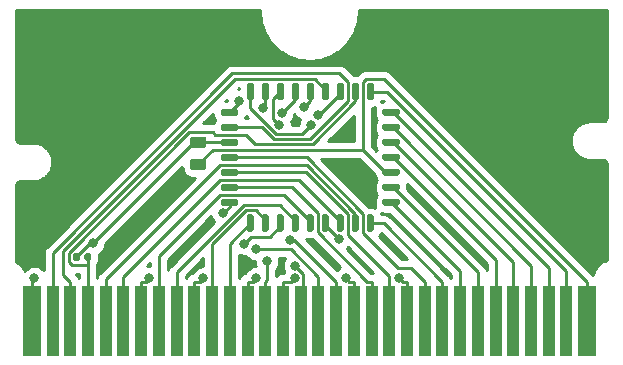
<source format=gtl>
%TF.GenerationSoftware,KiCad,Pcbnew,(5.1.8)-1*%
%TF.CreationDate,2020-12-20T15:01:14+01:00*%
%TF.ProjectId,GBA Cart,47424120-4361-4727-942e-6b696361645f,rev?*%
%TF.SameCoordinates,Original*%
%TF.FileFunction,Copper,L1,Top*%
%TF.FilePolarity,Positive*%
%FSLAX46Y46*%
G04 Gerber Fmt 4.6, Leading zero omitted, Abs format (unit mm)*
G04 Created by KiCad (PCBNEW (5.1.8)-1) date 2020-12-20 15:01:14*
%MOMM*%
%LPD*%
G01*
G04 APERTURE LIST*
%TA.AperFunction,SMDPad,CuDef*%
%ADD10R,1.500000X6.000000*%
%TD*%
%TA.AperFunction,SMDPad,CuDef*%
%ADD11R,1.000000X6.000000*%
%TD*%
%TA.AperFunction,ViaPad*%
%ADD12C,0.800000*%
%TD*%
%TA.AperFunction,Conductor*%
%ADD13C,0.250000*%
%TD*%
%TA.AperFunction,NonConductor*%
%ADD14C,0.254000*%
%TD*%
%TA.AperFunction,NonConductor*%
%ADD15C,0.100000*%
%TD*%
G04 APERTURE END LIST*
%TO.P,R2,2*%
%TO.N,CE_R*%
%TA.AperFunction,SMDPad,CuDef*%
G36*
G01*
X31729200Y-48496000D02*
X31729200Y-48151000D01*
G75*
G02*
X31876700Y-48003500I147500J0D01*
G01*
X32171700Y-48003500D01*
G75*
G02*
X32319200Y-48151000I0J-147500D01*
G01*
X32319200Y-48496000D01*
G75*
G02*
X32171700Y-48643500I-147500J0D01*
G01*
X31876700Y-48643500D01*
G75*
G02*
X31729200Y-48496000I0J147500D01*
G01*
G37*
%TD.AperFunction*%
%TO.P,R2,1*%
%TO.N,VCC*%
%TA.AperFunction,SMDPad,CuDef*%
G36*
G01*
X30759200Y-48496000D02*
X30759200Y-48151000D01*
G75*
G02*
X30906700Y-48003500I147500J0D01*
G01*
X31201700Y-48003500D01*
G75*
G02*
X31349200Y-48151000I0J-147500D01*
G01*
X31349200Y-48496000D01*
G75*
G02*
X31201700Y-48643500I-147500J0D01*
G01*
X30906700Y-48643500D01*
G75*
G02*
X30759200Y-48496000I0J147500D01*
G01*
G37*
%TD.AperFunction*%
%TD*%
D10*
%TO.P,J1,32*%
%TO.N,GND*%
X74297360Y-53715940D03*
D11*
%TO.P,J1,31*%
%TO.N,D7*%
X72547360Y-53715940D03*
%TO.P,J1,30*%
%TO.N,D6*%
X71047360Y-53715940D03*
%TO.P,J1,29*%
%TO.N,D5*%
X69547360Y-53715940D03*
%TO.P,J1,28*%
%TO.N,D4*%
X68047360Y-53715940D03*
%TO.P,J1,27*%
%TO.N,D3*%
X66547360Y-53715940D03*
%TO.P,J1,26*%
%TO.N,D2*%
X65047360Y-53715940D03*
%TO.P,J1,25*%
%TO.N,D1*%
X63547360Y-53715940D03*
%TO.P,J1,24*%
%TO.N,D0*%
X62047360Y-53715940D03*
%TO.P,J1,23*%
%TO.N,A18*%
X60547360Y-53715940D03*
%TO.P,J1,22*%
%TO.N,A17*%
X59047360Y-53715940D03*
%TO.P,J1,21*%
%TO.N,A16*%
X57547360Y-53715940D03*
%TO.P,J1,20*%
%TO.N,A15*%
X56047360Y-53715940D03*
%TO.P,J1,19*%
%TO.N,A14*%
X54547360Y-53715940D03*
%TO.P,J1,18*%
%TO.N,A13*%
X53047360Y-53715940D03*
%TO.P,J1,17*%
%TO.N,A12*%
X51547360Y-53715940D03*
%TO.P,J1,16*%
%TO.N,A11*%
X50047360Y-53715940D03*
%TO.P,J1,15*%
%TO.N,A10*%
X48547360Y-53715940D03*
%TO.P,J1,14*%
%TO.N,A9*%
X47047360Y-53715940D03*
%TO.P,J1,13*%
%TO.N,A8*%
X45547360Y-53715940D03*
%TO.P,J1,12*%
%TO.N,A7*%
X44047360Y-53715940D03*
%TO.P,J1,11*%
%TO.N,A6*%
X42547360Y-53715940D03*
%TO.P,J1,10*%
%TO.N,A5*%
X41047360Y-53715940D03*
%TO.P,J1,9*%
%TO.N,A4*%
X39547360Y-53715940D03*
%TO.P,J1,8*%
%TO.N,A3*%
X38047360Y-53715940D03*
%TO.P,J1,7*%
%TO.N,A2*%
X36547360Y-53715940D03*
%TO.P,J1,6*%
%TO.N,A1*%
X35047360Y-53715940D03*
%TO.P,J1,5*%
%TO.N,A0*%
X33547360Y-53715940D03*
%TO.P,J1,4*%
%TO.N,CE_R*%
X32047360Y-53715940D03*
%TO.P,J1,3*%
%TO.N,RD*%
X30547360Y-53715940D03*
%TO.P,J1,2*%
%TO.N,WR*%
X29047360Y-53715940D03*
D10*
%TO.P,J1,1*%
%TO.N,VCC*%
X27297360Y-53715940D03*
%TD*%
%TO.P,C1,2*%
%TO.N,GND*%
%TA.AperFunction,SMDPad,CuDef*%
G36*
G01*
X40915250Y-39987700D02*
X41827750Y-39987700D01*
G75*
G02*
X42071500Y-40231450I0J-243750D01*
G01*
X42071500Y-40718950D01*
G75*
G02*
X41827750Y-40962700I-243750J0D01*
G01*
X40915250Y-40962700D01*
G75*
G02*
X40671500Y-40718950I0J243750D01*
G01*
X40671500Y-40231450D01*
G75*
G02*
X40915250Y-39987700I243750J0D01*
G01*
G37*
%TD.AperFunction*%
%TO.P,C1,1*%
%TO.N,VCC*%
%TA.AperFunction,SMDPad,CuDef*%
G36*
G01*
X40915250Y-38112700D02*
X41827750Y-38112700D01*
G75*
G02*
X42071500Y-38356450I0J-243750D01*
G01*
X42071500Y-38843950D01*
G75*
G02*
X41827750Y-39087700I-243750J0D01*
G01*
X40915250Y-39087700D01*
G75*
G02*
X40671500Y-38843950I0J243750D01*
G01*
X40671500Y-38356450D01*
G75*
G02*
X40915250Y-38112700I243750J0D01*
G01*
G37*
%TD.AperFunction*%
%TD*%
%TO.P,U1,32*%
%TO.N,VCC*%
%TA.AperFunction,SMDPad,CuDef*%
G36*
G01*
X44613500Y-38908000D02*
X43438500Y-38908000D01*
G75*
G02*
X43288500Y-38758000I0J150000D01*
G01*
X43288500Y-38458000D01*
G75*
G02*
X43438500Y-38308000I150000J0D01*
G01*
X44613500Y-38308000D01*
G75*
G02*
X44763500Y-38458000I0J-150000D01*
G01*
X44763500Y-38758000D01*
G75*
G02*
X44613500Y-38908000I-150000J0D01*
G01*
G37*
%TD.AperFunction*%
%TO.P,U1,31*%
%TO.N,WR*%
%TA.AperFunction,SMDPad,CuDef*%
G36*
G01*
X44613500Y-37638000D02*
X43438500Y-37638000D01*
G75*
G02*
X43288500Y-37488000I0J150000D01*
G01*
X43288500Y-37188000D01*
G75*
G02*
X43438500Y-37038000I150000J0D01*
G01*
X44613500Y-37038000D01*
G75*
G02*
X44763500Y-37188000I0J-150000D01*
G01*
X44763500Y-37488000D01*
G75*
G02*
X44613500Y-37638000I-150000J0D01*
G01*
G37*
%TD.AperFunction*%
%TO.P,U1,30*%
%TO.N,A17*%
%TA.AperFunction,SMDPad,CuDef*%
G36*
G01*
X44613500Y-36368000D02*
X43438500Y-36368000D01*
G75*
G02*
X43288500Y-36218000I0J150000D01*
G01*
X43288500Y-35918000D01*
G75*
G02*
X43438500Y-35768000I150000J0D01*
G01*
X44613500Y-35768000D01*
G75*
G02*
X44763500Y-35918000I0J-150000D01*
G01*
X44763500Y-36218000D01*
G75*
G02*
X44613500Y-36368000I-150000J0D01*
G01*
G37*
%TD.AperFunction*%
%TO.P,U1,29*%
%TO.N,A14*%
%TA.AperFunction,SMDPad,CuDef*%
G36*
G01*
X45933500Y-35053000D02*
X45633500Y-35053000D01*
G75*
G02*
X45483500Y-34903000I0J150000D01*
G01*
X45483500Y-33728000D01*
G75*
G02*
X45633500Y-33578000I150000J0D01*
G01*
X45933500Y-33578000D01*
G75*
G02*
X46083500Y-33728000I0J-150000D01*
G01*
X46083500Y-34903000D01*
G75*
G02*
X45933500Y-35053000I-150000J0D01*
G01*
G37*
%TD.AperFunction*%
%TO.P,U1,28*%
%TO.N,A13*%
%TA.AperFunction,SMDPad,CuDef*%
G36*
G01*
X47203500Y-35053000D02*
X46903500Y-35053000D01*
G75*
G02*
X46753500Y-34903000I0J150000D01*
G01*
X46753500Y-33728000D01*
G75*
G02*
X46903500Y-33578000I150000J0D01*
G01*
X47203500Y-33578000D01*
G75*
G02*
X47353500Y-33728000I0J-150000D01*
G01*
X47353500Y-34903000D01*
G75*
G02*
X47203500Y-35053000I-150000J0D01*
G01*
G37*
%TD.AperFunction*%
%TO.P,U1,27*%
%TO.N,A8*%
%TA.AperFunction,SMDPad,CuDef*%
G36*
G01*
X48473500Y-35053000D02*
X48173500Y-35053000D01*
G75*
G02*
X48023500Y-34903000I0J150000D01*
G01*
X48023500Y-33728000D01*
G75*
G02*
X48173500Y-33578000I150000J0D01*
G01*
X48473500Y-33578000D01*
G75*
G02*
X48623500Y-33728000I0J-150000D01*
G01*
X48623500Y-34903000D01*
G75*
G02*
X48473500Y-35053000I-150000J0D01*
G01*
G37*
%TD.AperFunction*%
%TO.P,U1,26*%
%TO.N,A9*%
%TA.AperFunction,SMDPad,CuDef*%
G36*
G01*
X49743500Y-35053000D02*
X49443500Y-35053000D01*
G75*
G02*
X49293500Y-34903000I0J150000D01*
G01*
X49293500Y-33728000D01*
G75*
G02*
X49443500Y-33578000I150000J0D01*
G01*
X49743500Y-33578000D01*
G75*
G02*
X49893500Y-33728000I0J-150000D01*
G01*
X49893500Y-34903000D01*
G75*
G02*
X49743500Y-35053000I-150000J0D01*
G01*
G37*
%TD.AperFunction*%
%TO.P,U1,25*%
%TO.N,A11*%
%TA.AperFunction,SMDPad,CuDef*%
G36*
G01*
X51013500Y-35053000D02*
X50713500Y-35053000D01*
G75*
G02*
X50563500Y-34903000I0J150000D01*
G01*
X50563500Y-33728000D01*
G75*
G02*
X50713500Y-33578000I150000J0D01*
G01*
X51013500Y-33578000D01*
G75*
G02*
X51163500Y-33728000I0J-150000D01*
G01*
X51163500Y-34903000D01*
G75*
G02*
X51013500Y-35053000I-150000J0D01*
G01*
G37*
%TD.AperFunction*%
%TO.P,U1,24*%
%TO.N,RD*%
%TA.AperFunction,SMDPad,CuDef*%
G36*
G01*
X52283500Y-35053000D02*
X51983500Y-35053000D01*
G75*
G02*
X51833500Y-34903000I0J150000D01*
G01*
X51833500Y-33728000D01*
G75*
G02*
X51983500Y-33578000I150000J0D01*
G01*
X52283500Y-33578000D01*
G75*
G02*
X52433500Y-33728000I0J-150000D01*
G01*
X52433500Y-34903000D01*
G75*
G02*
X52283500Y-35053000I-150000J0D01*
G01*
G37*
%TD.AperFunction*%
%TO.P,U1,23*%
%TO.N,A10*%
%TA.AperFunction,SMDPad,CuDef*%
G36*
G01*
X53553500Y-35053000D02*
X53253500Y-35053000D01*
G75*
G02*
X53103500Y-34903000I0J150000D01*
G01*
X53103500Y-33728000D01*
G75*
G02*
X53253500Y-33578000I150000J0D01*
G01*
X53553500Y-33578000D01*
G75*
G02*
X53703500Y-33728000I0J-150000D01*
G01*
X53703500Y-34903000D01*
G75*
G02*
X53553500Y-35053000I-150000J0D01*
G01*
G37*
%TD.AperFunction*%
%TO.P,U1,22*%
%TO.N,CE_R*%
%TA.AperFunction,SMDPad,CuDef*%
G36*
G01*
X54823500Y-35053000D02*
X54523500Y-35053000D01*
G75*
G02*
X54373500Y-34903000I0J150000D01*
G01*
X54373500Y-33728000D01*
G75*
G02*
X54523500Y-33578000I150000J0D01*
G01*
X54823500Y-33578000D01*
G75*
G02*
X54973500Y-33728000I0J-150000D01*
G01*
X54973500Y-34903000D01*
G75*
G02*
X54823500Y-35053000I-150000J0D01*
G01*
G37*
%TD.AperFunction*%
%TO.P,U1,21*%
%TO.N,D7*%
%TA.AperFunction,SMDPad,CuDef*%
G36*
G01*
X56093500Y-35053000D02*
X55793500Y-35053000D01*
G75*
G02*
X55643500Y-34903000I0J150000D01*
G01*
X55643500Y-33728000D01*
G75*
G02*
X55793500Y-33578000I150000J0D01*
G01*
X56093500Y-33578000D01*
G75*
G02*
X56243500Y-33728000I0J-150000D01*
G01*
X56243500Y-34903000D01*
G75*
G02*
X56093500Y-35053000I-150000J0D01*
G01*
G37*
%TD.AperFunction*%
%TO.P,U1,20*%
%TO.N,D6*%
%TA.AperFunction,SMDPad,CuDef*%
G36*
G01*
X58288500Y-36368000D02*
X57113500Y-36368000D01*
G75*
G02*
X56963500Y-36218000I0J150000D01*
G01*
X56963500Y-35918000D01*
G75*
G02*
X57113500Y-35768000I150000J0D01*
G01*
X58288500Y-35768000D01*
G75*
G02*
X58438500Y-35918000I0J-150000D01*
G01*
X58438500Y-36218000D01*
G75*
G02*
X58288500Y-36368000I-150000J0D01*
G01*
G37*
%TD.AperFunction*%
%TO.P,U1,19*%
%TO.N,D5*%
%TA.AperFunction,SMDPad,CuDef*%
G36*
G01*
X58288500Y-37638000D02*
X57113500Y-37638000D01*
G75*
G02*
X56963500Y-37488000I0J150000D01*
G01*
X56963500Y-37188000D01*
G75*
G02*
X57113500Y-37038000I150000J0D01*
G01*
X58288500Y-37038000D01*
G75*
G02*
X58438500Y-37188000I0J-150000D01*
G01*
X58438500Y-37488000D01*
G75*
G02*
X58288500Y-37638000I-150000J0D01*
G01*
G37*
%TD.AperFunction*%
%TO.P,U1,18*%
%TO.N,D4*%
%TA.AperFunction,SMDPad,CuDef*%
G36*
G01*
X58288500Y-38908000D02*
X57113500Y-38908000D01*
G75*
G02*
X56963500Y-38758000I0J150000D01*
G01*
X56963500Y-38458000D01*
G75*
G02*
X57113500Y-38308000I150000J0D01*
G01*
X58288500Y-38308000D01*
G75*
G02*
X58438500Y-38458000I0J-150000D01*
G01*
X58438500Y-38758000D01*
G75*
G02*
X58288500Y-38908000I-150000J0D01*
G01*
G37*
%TD.AperFunction*%
%TO.P,U1,17*%
%TO.N,D3*%
%TA.AperFunction,SMDPad,CuDef*%
G36*
G01*
X58288500Y-40178000D02*
X57113500Y-40178000D01*
G75*
G02*
X56963500Y-40028000I0J150000D01*
G01*
X56963500Y-39728000D01*
G75*
G02*
X57113500Y-39578000I150000J0D01*
G01*
X58288500Y-39578000D01*
G75*
G02*
X58438500Y-39728000I0J-150000D01*
G01*
X58438500Y-40028000D01*
G75*
G02*
X58288500Y-40178000I-150000J0D01*
G01*
G37*
%TD.AperFunction*%
%TO.P,U1,16*%
%TO.N,GND*%
%TA.AperFunction,SMDPad,CuDef*%
G36*
G01*
X58288500Y-41448000D02*
X57113500Y-41448000D01*
G75*
G02*
X56963500Y-41298000I0J150000D01*
G01*
X56963500Y-40998000D01*
G75*
G02*
X57113500Y-40848000I150000J0D01*
G01*
X58288500Y-40848000D01*
G75*
G02*
X58438500Y-40998000I0J-150000D01*
G01*
X58438500Y-41298000D01*
G75*
G02*
X58288500Y-41448000I-150000J0D01*
G01*
G37*
%TD.AperFunction*%
%TO.P,U1,15*%
%TO.N,D2*%
%TA.AperFunction,SMDPad,CuDef*%
G36*
G01*
X58288500Y-42718000D02*
X57113500Y-42718000D01*
G75*
G02*
X56963500Y-42568000I0J150000D01*
G01*
X56963500Y-42268000D01*
G75*
G02*
X57113500Y-42118000I150000J0D01*
G01*
X58288500Y-42118000D01*
G75*
G02*
X58438500Y-42268000I0J-150000D01*
G01*
X58438500Y-42568000D01*
G75*
G02*
X58288500Y-42718000I-150000J0D01*
G01*
G37*
%TD.AperFunction*%
%TO.P,U1,14*%
%TO.N,D1*%
%TA.AperFunction,SMDPad,CuDef*%
G36*
G01*
X58288500Y-43988000D02*
X57113500Y-43988000D01*
G75*
G02*
X56963500Y-43838000I0J150000D01*
G01*
X56963500Y-43538000D01*
G75*
G02*
X57113500Y-43388000I150000J0D01*
G01*
X58288500Y-43388000D01*
G75*
G02*
X58438500Y-43538000I0J-150000D01*
G01*
X58438500Y-43838000D01*
G75*
G02*
X58288500Y-43988000I-150000J0D01*
G01*
G37*
%TD.AperFunction*%
%TO.P,U1,13*%
%TO.N,D0*%
%TA.AperFunction,SMDPad,CuDef*%
G36*
G01*
X56093500Y-46178000D02*
X55793500Y-46178000D01*
G75*
G02*
X55643500Y-46028000I0J150000D01*
G01*
X55643500Y-44853000D01*
G75*
G02*
X55793500Y-44703000I150000J0D01*
G01*
X56093500Y-44703000D01*
G75*
G02*
X56243500Y-44853000I0J-150000D01*
G01*
X56243500Y-46028000D01*
G75*
G02*
X56093500Y-46178000I-150000J0D01*
G01*
G37*
%TD.AperFunction*%
%TO.P,U1,12*%
%TO.N,A0*%
%TA.AperFunction,SMDPad,CuDef*%
G36*
G01*
X54823500Y-46178000D02*
X54523500Y-46178000D01*
G75*
G02*
X54373500Y-46028000I0J150000D01*
G01*
X54373500Y-44853000D01*
G75*
G02*
X54523500Y-44703000I150000J0D01*
G01*
X54823500Y-44703000D01*
G75*
G02*
X54973500Y-44853000I0J-150000D01*
G01*
X54973500Y-46028000D01*
G75*
G02*
X54823500Y-46178000I-150000J0D01*
G01*
G37*
%TD.AperFunction*%
%TO.P,U1,11*%
%TO.N,A1*%
%TA.AperFunction,SMDPad,CuDef*%
G36*
G01*
X53553500Y-46178000D02*
X53253500Y-46178000D01*
G75*
G02*
X53103500Y-46028000I0J150000D01*
G01*
X53103500Y-44853000D01*
G75*
G02*
X53253500Y-44703000I150000J0D01*
G01*
X53553500Y-44703000D01*
G75*
G02*
X53703500Y-44853000I0J-150000D01*
G01*
X53703500Y-46028000D01*
G75*
G02*
X53553500Y-46178000I-150000J0D01*
G01*
G37*
%TD.AperFunction*%
%TO.P,U1,10*%
%TO.N,A2*%
%TA.AperFunction,SMDPad,CuDef*%
G36*
G01*
X52283500Y-46178000D02*
X51983500Y-46178000D01*
G75*
G02*
X51833500Y-46028000I0J150000D01*
G01*
X51833500Y-44853000D01*
G75*
G02*
X51983500Y-44703000I150000J0D01*
G01*
X52283500Y-44703000D01*
G75*
G02*
X52433500Y-44853000I0J-150000D01*
G01*
X52433500Y-46028000D01*
G75*
G02*
X52283500Y-46178000I-150000J0D01*
G01*
G37*
%TD.AperFunction*%
%TO.P,U1,9*%
%TO.N,A3*%
%TA.AperFunction,SMDPad,CuDef*%
G36*
G01*
X51013500Y-46178000D02*
X50713500Y-46178000D01*
G75*
G02*
X50563500Y-46028000I0J150000D01*
G01*
X50563500Y-44853000D01*
G75*
G02*
X50713500Y-44703000I150000J0D01*
G01*
X51013500Y-44703000D01*
G75*
G02*
X51163500Y-44853000I0J-150000D01*
G01*
X51163500Y-46028000D01*
G75*
G02*
X51013500Y-46178000I-150000J0D01*
G01*
G37*
%TD.AperFunction*%
%TO.P,U1,8*%
%TO.N,A4*%
%TA.AperFunction,SMDPad,CuDef*%
G36*
G01*
X49743500Y-46178000D02*
X49443500Y-46178000D01*
G75*
G02*
X49293500Y-46028000I0J150000D01*
G01*
X49293500Y-44853000D01*
G75*
G02*
X49443500Y-44703000I150000J0D01*
G01*
X49743500Y-44703000D01*
G75*
G02*
X49893500Y-44853000I0J-150000D01*
G01*
X49893500Y-46028000D01*
G75*
G02*
X49743500Y-46178000I-150000J0D01*
G01*
G37*
%TD.AperFunction*%
%TO.P,U1,7*%
%TO.N,A5*%
%TA.AperFunction,SMDPad,CuDef*%
G36*
G01*
X48473500Y-46178000D02*
X48173500Y-46178000D01*
G75*
G02*
X48023500Y-46028000I0J150000D01*
G01*
X48023500Y-44853000D01*
G75*
G02*
X48173500Y-44703000I150000J0D01*
G01*
X48473500Y-44703000D01*
G75*
G02*
X48623500Y-44853000I0J-150000D01*
G01*
X48623500Y-46028000D01*
G75*
G02*
X48473500Y-46178000I-150000J0D01*
G01*
G37*
%TD.AperFunction*%
%TO.P,U1,6*%
%TO.N,A6*%
%TA.AperFunction,SMDPad,CuDef*%
G36*
G01*
X47203500Y-46178000D02*
X46903500Y-46178000D01*
G75*
G02*
X46753500Y-46028000I0J150000D01*
G01*
X46753500Y-44853000D01*
G75*
G02*
X46903500Y-44703000I150000J0D01*
G01*
X47203500Y-44703000D01*
G75*
G02*
X47353500Y-44853000I0J-150000D01*
G01*
X47353500Y-46028000D01*
G75*
G02*
X47203500Y-46178000I-150000J0D01*
G01*
G37*
%TD.AperFunction*%
%TO.P,U1,5*%
%TO.N,A7*%
%TA.AperFunction,SMDPad,CuDef*%
G36*
G01*
X45933500Y-46178000D02*
X45633500Y-46178000D01*
G75*
G02*
X45483500Y-46028000I0J150000D01*
G01*
X45483500Y-44853000D01*
G75*
G02*
X45633500Y-44703000I150000J0D01*
G01*
X45933500Y-44703000D01*
G75*
G02*
X46083500Y-44853000I0J-150000D01*
G01*
X46083500Y-46028000D01*
G75*
G02*
X45933500Y-46178000I-150000J0D01*
G01*
G37*
%TD.AperFunction*%
%TO.P,U1,4*%
%TO.N,A12*%
%TA.AperFunction,SMDPad,CuDef*%
G36*
G01*
X44613500Y-43988000D02*
X43438500Y-43988000D01*
G75*
G02*
X43288500Y-43838000I0J150000D01*
G01*
X43288500Y-43538000D01*
G75*
G02*
X43438500Y-43388000I150000J0D01*
G01*
X44613500Y-43388000D01*
G75*
G02*
X44763500Y-43538000I0J-150000D01*
G01*
X44763500Y-43838000D01*
G75*
G02*
X44613500Y-43988000I-150000J0D01*
G01*
G37*
%TD.AperFunction*%
%TO.P,U1,3*%
%TO.N,A15*%
%TA.AperFunction,SMDPad,CuDef*%
G36*
G01*
X44613500Y-42718000D02*
X43438500Y-42718000D01*
G75*
G02*
X43288500Y-42568000I0J150000D01*
G01*
X43288500Y-42268000D01*
G75*
G02*
X43438500Y-42118000I150000J0D01*
G01*
X44613500Y-42118000D01*
G75*
G02*
X44763500Y-42268000I0J-150000D01*
G01*
X44763500Y-42568000D01*
G75*
G02*
X44613500Y-42718000I-150000J0D01*
G01*
G37*
%TD.AperFunction*%
%TO.P,U1,2*%
%TO.N,A16*%
%TA.AperFunction,SMDPad,CuDef*%
G36*
G01*
X44613500Y-41448000D02*
X43438500Y-41448000D01*
G75*
G02*
X43288500Y-41298000I0J150000D01*
G01*
X43288500Y-40998000D01*
G75*
G02*
X43438500Y-40848000I150000J0D01*
G01*
X44613500Y-40848000D01*
G75*
G02*
X44763500Y-40998000I0J-150000D01*
G01*
X44763500Y-41298000D01*
G75*
G02*
X44613500Y-41448000I-150000J0D01*
G01*
G37*
%TD.AperFunction*%
%TO.P,U1,1*%
%TO.N,A18*%
%TA.AperFunction,SMDPad,CuDef*%
G36*
G01*
X44613500Y-40178000D02*
X43438500Y-40178000D01*
G75*
G02*
X43288500Y-40028000I0J150000D01*
G01*
X43288500Y-39728000D01*
G75*
G02*
X43438500Y-39578000I150000J0D01*
G01*
X44613500Y-39578000D01*
G75*
G02*
X44763500Y-39728000I0J-150000D01*
G01*
X44763500Y-40028000D01*
G75*
G02*
X44613500Y-40178000I-150000J0D01*
G01*
G37*
%TD.AperFunction*%
%TD*%
D12*
%TO.N,VCC*%
X32479100Y-47153100D03*
X27511600Y-50096500D03*
%TO.N,A2*%
X37187800Y-50114200D03*
X53322800Y-46779100D03*
%TO.N,A5*%
X41811300Y-50113100D03*
X45263600Y-47169200D03*
%TO.N,A8*%
X46306200Y-50101700D03*
X48252000Y-37127000D03*
%TO.N,A9*%
X47214200Y-48668400D03*
X48470100Y-36126600D03*
%TO.N,A10*%
X49532400Y-50114200D03*
X51515800Y-36296700D03*
%TO.N,A11*%
X49564800Y-49044900D03*
X50331500Y-35619500D03*
%TO.N,A12*%
X46263900Y-47626800D03*
X43493500Y-44603900D03*
%TO.N,A13*%
X49180400Y-46837600D03*
X46867600Y-35697500D03*
%TO.N,A14*%
X53860800Y-50100200D03*
X50903400Y-37099200D03*
%TO.N,A17*%
X58405600Y-50102300D03*
X44857800Y-35123800D03*
%TD*%
D13*
%TO.N,VCC*%
X41371500Y-38600200D02*
X41032000Y-38600200D01*
X41032000Y-38600200D02*
X32479100Y-47153100D01*
X44026000Y-38608000D02*
X41379300Y-38608000D01*
X41379300Y-38608000D02*
X41371500Y-38600200D01*
X32479100Y-47153100D02*
X32205800Y-47153100D01*
X32205800Y-47153100D02*
X31054200Y-48304700D01*
X31054200Y-48304700D02*
X31054200Y-48323500D01*
X27297400Y-53715900D02*
X27297400Y-50390600D01*
X27297400Y-50390600D02*
X27511600Y-50176400D01*
X27511600Y-50176400D02*
X27511600Y-50096500D01*
%TO.N,WR*%
X44026000Y-37338000D02*
X46800000Y-37338000D01*
X46800000Y-37338000D02*
X47764800Y-38302800D01*
X47764800Y-38302800D02*
X50828500Y-38302800D01*
X50828500Y-38302800D02*
X54038500Y-35092800D01*
X54038500Y-35092800D02*
X54038500Y-33490900D01*
X54038500Y-33490900D02*
X53318500Y-32770900D01*
X53318500Y-32770900D02*
X44268200Y-32770900D01*
X44268200Y-32770900D02*
X29047400Y-47991700D01*
X29047400Y-47991700D02*
X29047400Y-53715900D01*
%TO.N,RD*%
X52133500Y-34315500D02*
X52133500Y-34134400D01*
X52133500Y-34134400D02*
X51222200Y-33223100D01*
X51222200Y-33223100D02*
X44513200Y-33223100D01*
X44513200Y-33223100D02*
X29957000Y-47779300D01*
X29957000Y-47779300D02*
X29957000Y-49800200D01*
X29957000Y-49800200D02*
X30547400Y-50390600D01*
X30547400Y-53715900D02*
X30547400Y-50390600D01*
%TO.N,A0*%
X33547400Y-53715900D02*
X33547400Y-50204200D01*
X33547400Y-50204200D02*
X43238600Y-40513000D01*
X43238600Y-40513000D02*
X50558500Y-40513000D01*
X50558500Y-40513000D02*
X54673500Y-44628000D01*
X54673500Y-44628000D02*
X54673500Y-45440500D01*
%TO.N,A1*%
X35047400Y-53715900D02*
X35047400Y-49981000D01*
X35047400Y-49981000D02*
X43245400Y-41783000D01*
X43245400Y-41783000D02*
X49889000Y-41783000D01*
X49889000Y-41783000D02*
X53403500Y-45297500D01*
X53403500Y-45297500D02*
X53403500Y-45440500D01*
%TO.N,A2*%
X52133500Y-45440500D02*
X52133500Y-45589800D01*
X52133500Y-45589800D02*
X53322800Y-46779100D01*
X36547400Y-53715900D02*
X36547400Y-50390600D01*
X36547400Y-50390600D02*
X36911400Y-50390600D01*
X36911400Y-50390600D02*
X37187800Y-50114200D01*
%TO.N,A3*%
X38047400Y-53715900D02*
X38047400Y-48235600D01*
X38047400Y-48235600D02*
X43230000Y-43053000D01*
X43230000Y-43053000D02*
X48617900Y-43053000D01*
X48617900Y-43053000D02*
X50863500Y-45298600D01*
X50863500Y-45298600D02*
X50863500Y-45440500D01*
%TO.N,A4*%
X49593500Y-45440500D02*
X49593500Y-45220700D01*
X49593500Y-45220700D02*
X48290500Y-43917700D01*
X48290500Y-43917700D02*
X45225700Y-43917700D01*
X45225700Y-43917700D02*
X39547400Y-49596000D01*
X39547400Y-49596000D02*
X39547400Y-53715900D01*
%TO.N,A5*%
X41047400Y-50390600D02*
X41533800Y-50390600D01*
X41533800Y-50390600D02*
X41811300Y-50113100D01*
X41047400Y-53715900D02*
X41047400Y-50390600D01*
X48323500Y-45440500D02*
X48323500Y-45706400D01*
X48323500Y-45706400D02*
X47442200Y-46587700D01*
X47442200Y-46587700D02*
X45845100Y-46587700D01*
X45845100Y-46587700D02*
X45263600Y-47169200D01*
%TO.N,A6*%
X42547400Y-53715900D02*
X42547400Y-50390600D01*
X47053500Y-45440500D02*
X47053500Y-45172300D01*
X47053500Y-45172300D02*
X46249200Y-44368000D01*
X46249200Y-44368000D02*
X45412300Y-44368000D01*
X45412300Y-44368000D02*
X42547400Y-47232900D01*
X42547400Y-47232900D02*
X42547400Y-50390600D01*
%TO.N,A7*%
X45783500Y-45440500D02*
X44047400Y-47176600D01*
X44047400Y-47176600D02*
X44047400Y-53715900D01*
%TO.N,A8*%
X48323500Y-34315500D02*
X47727500Y-34911500D01*
X47727500Y-34911500D02*
X47727500Y-36602500D01*
X47727500Y-36602500D02*
X48252000Y-37127000D01*
X45547400Y-50390600D02*
X46017300Y-50390600D01*
X46017300Y-50390600D02*
X46306200Y-50101700D01*
X45547400Y-53715900D02*
X45547400Y-50390600D01*
%TO.N,A9*%
X49593500Y-34315500D02*
X49593500Y-35003200D01*
X49593500Y-35003200D02*
X48470100Y-36126600D01*
X47047400Y-53715900D02*
X47047400Y-50390600D01*
X47214200Y-48668400D02*
X47214200Y-50223800D01*
X47214200Y-50223800D02*
X47047400Y-50390600D01*
%TO.N,A10*%
X53403500Y-34315500D02*
X53403500Y-34479800D01*
X53403500Y-34479800D02*
X51586600Y-36296700D01*
X51586600Y-36296700D02*
X51515800Y-36296700D01*
X49532400Y-50114200D02*
X49256000Y-50390600D01*
X49256000Y-50390600D02*
X48547400Y-50390600D01*
X48547400Y-53715900D02*
X48547400Y-50390600D01*
%TO.N,A11*%
X50863500Y-34315500D02*
X50863500Y-35087500D01*
X50863500Y-35087500D02*
X50331500Y-35619500D01*
X49564800Y-49044900D02*
X50267100Y-49747200D01*
X50267100Y-49747200D02*
X50267100Y-53496200D01*
X50267100Y-53496200D02*
X50047400Y-53715900D01*
%TO.N,A12*%
X51547400Y-50390600D02*
X51547400Y-49984400D01*
X51547400Y-49984400D02*
X49189800Y-47626800D01*
X49189800Y-47626800D02*
X46263900Y-47626800D01*
X51547400Y-53715900D02*
X51547400Y-50390600D01*
X44026000Y-43688000D02*
X44026000Y-44071400D01*
X44026000Y-44071400D02*
X43493500Y-44603900D01*
%TO.N,A13*%
X47053500Y-34315500D02*
X47053500Y-35511600D01*
X47053500Y-35511600D02*
X46867600Y-35697500D01*
X53047400Y-50390600D02*
X49494400Y-46837600D01*
X49494400Y-46837600D02*
X49180400Y-46837600D01*
X53047400Y-53715900D02*
X53047400Y-50390600D01*
%TO.N,A14*%
X54547400Y-53715900D02*
X54547400Y-50390600D01*
X54547400Y-50390600D02*
X54151200Y-50390600D01*
X54151200Y-50390600D02*
X53860800Y-50100200D01*
X45783500Y-34315500D02*
X45783500Y-35684600D01*
X45783500Y-35684600D02*
X47951400Y-37852500D01*
X47951400Y-37852500D02*
X50150100Y-37852500D01*
X50150100Y-37852500D02*
X50903400Y-37099200D01*
%TO.N,A15*%
X56047400Y-53715900D02*
X56047400Y-50390600D01*
X44026000Y-42418000D02*
X49306700Y-42418000D01*
X49306700Y-42418000D02*
X51498500Y-44609800D01*
X51498500Y-44609800D02*
X51498500Y-46217500D01*
X51498500Y-46217500D02*
X55671600Y-50390600D01*
X55671600Y-50390600D02*
X56047400Y-50390600D01*
%TO.N,A16*%
X44026000Y-41148000D02*
X50538600Y-41148000D01*
X50538600Y-41148000D02*
X54047600Y-44657000D01*
X54047600Y-44657000D02*
X54047600Y-46407000D01*
X54047600Y-46407000D02*
X57547400Y-49906800D01*
X57547400Y-49906800D02*
X57547400Y-50390600D01*
X57547400Y-53715900D02*
X57547400Y-50390600D01*
%TO.N,A17*%
X59047400Y-53715900D02*
X59047400Y-50390600D01*
X58405600Y-50102300D02*
X58693900Y-50390600D01*
X58693900Y-50390600D02*
X59047400Y-50390600D01*
X44026000Y-36068000D02*
X44857800Y-35236200D01*
X44857800Y-35236200D02*
X44857800Y-35123800D01*
%TO.N,A18*%
X60547400Y-50390600D02*
X59385700Y-49228900D01*
X59385700Y-49228900D02*
X58274300Y-49228900D01*
X58274300Y-49228900D02*
X55308400Y-46263000D01*
X55308400Y-46263000D02*
X55308400Y-44625700D01*
X55308400Y-44625700D02*
X50560700Y-39878000D01*
X50560700Y-39878000D02*
X44026000Y-39878000D01*
X60547400Y-53715900D02*
X60547400Y-50390600D01*
%TO.N,D0*%
X62047400Y-53715900D02*
X62047400Y-50390600D01*
X55943500Y-45440500D02*
X57097300Y-45440500D01*
X57097300Y-45440500D02*
X62047400Y-50390600D01*
%TO.N,D1*%
X57701000Y-43688000D02*
X63547400Y-49534400D01*
X63547400Y-49534400D02*
X63547400Y-53715900D01*
%TO.N,D2*%
X57701000Y-42418000D02*
X57844400Y-42418000D01*
X57844400Y-42418000D02*
X65047400Y-49621000D01*
X65047400Y-49621000D02*
X65047400Y-53715900D01*
%TO.N,D3*%
X57701000Y-39878000D02*
X57877800Y-39878000D01*
X57877800Y-39878000D02*
X66547400Y-48547600D01*
X66547400Y-48547600D02*
X66547400Y-53715900D01*
%TO.N,D4*%
X57701000Y-38608000D02*
X57891600Y-38608000D01*
X57891600Y-38608000D02*
X68047400Y-48763800D01*
X68047400Y-48763800D02*
X68047400Y-53715900D01*
%TO.N,D5*%
X57701000Y-37338000D02*
X57848700Y-37338000D01*
X57848700Y-37338000D02*
X69547400Y-49036700D01*
X69547400Y-49036700D02*
X69547400Y-53715900D01*
%TO.N,D6*%
X57701000Y-36068000D02*
X57889700Y-36068000D01*
X57889700Y-36068000D02*
X71047400Y-49225700D01*
X71047400Y-49225700D02*
X71047400Y-53715900D01*
%TO.N,D7*%
X55943500Y-34315500D02*
X57380200Y-34315500D01*
X57380200Y-34315500D02*
X72547400Y-49482700D01*
X72547400Y-49482700D02*
X72547400Y-53715900D01*
%TO.N,GND*%
X55308500Y-39243000D02*
X42603700Y-39243000D01*
X42603700Y-39243000D02*
X41371500Y-40475200D01*
X57701000Y-41148000D02*
X57213500Y-41148000D01*
X57213500Y-41148000D02*
X55308500Y-39243000D01*
X74297400Y-50390600D02*
X57137100Y-33230300D01*
X57137100Y-33230300D02*
X55575500Y-33230300D01*
X55575500Y-33230300D02*
X55308500Y-33497300D01*
X55308500Y-33497300D02*
X55308500Y-39243000D01*
X74297400Y-53715900D02*
X74297400Y-50390600D01*
%TO.N,CE_R*%
X32024200Y-49000200D02*
X30657900Y-49000200D01*
X30657900Y-49000200D02*
X30431300Y-48773600D01*
X30431300Y-48773600D02*
X30431300Y-47941900D01*
X30431300Y-47941900D02*
X40615500Y-37757700D01*
X40615500Y-37757700D02*
X42602500Y-37757700D01*
X42602500Y-37757700D02*
X42826800Y-37982000D01*
X42826800Y-37982000D02*
X45388900Y-37982000D01*
X45388900Y-37982000D02*
X46160000Y-38753100D01*
X46160000Y-38753100D02*
X51056600Y-38753100D01*
X51056600Y-38753100D02*
X54673500Y-35136200D01*
X54673500Y-35136200D02*
X54673500Y-34315500D01*
X32024200Y-49000200D02*
X32024200Y-50367400D01*
X32024200Y-50367400D02*
X32047400Y-50390600D01*
X32024200Y-48323500D02*
X32024200Y-49000200D01*
X32047400Y-53715900D02*
X32047400Y-50390600D01*
%TD*%
D14*
X40033428Y-40718950D02*
X40050372Y-40890985D01*
X40100553Y-41056409D01*
X40182042Y-41208864D01*
X40291708Y-41342492D01*
X40425336Y-41452158D01*
X40577791Y-41533647D01*
X40743215Y-41583828D01*
X40915250Y-41600772D01*
X41076025Y-41600772D01*
X33036398Y-49640401D01*
X33007400Y-49664199D01*
X32983602Y-49693197D01*
X32983601Y-49693198D01*
X32912426Y-49779924D01*
X32841854Y-49911954D01*
X32813619Y-50005036D01*
X32798398Y-50055214D01*
X32791388Y-50126392D01*
X32784200Y-50124211D01*
X32784200Y-49037533D01*
X32787877Y-49000200D01*
X32785883Y-48979957D01*
X32824879Y-48932440D01*
X32897474Y-48796625D01*
X32942177Y-48649257D01*
X32957272Y-48496000D01*
X32957272Y-48151000D01*
X32950109Y-48078277D01*
X32969356Y-48070305D01*
X33138874Y-47957037D01*
X33283037Y-47812874D01*
X33396305Y-47643356D01*
X33474326Y-47454998D01*
X33514100Y-47255039D01*
X33514100Y-47192901D01*
X40033428Y-40673574D01*
X40033428Y-40718950D01*
%TA.AperFunction,NonConductor*%
D15*
G36*
X40033428Y-40718950D02*
G01*
X40050372Y-40890985D01*
X40100553Y-41056409D01*
X40182042Y-41208864D01*
X40291708Y-41342492D01*
X40425336Y-41452158D01*
X40577791Y-41533647D01*
X40743215Y-41583828D01*
X40915250Y-41600772D01*
X41076025Y-41600772D01*
X33036398Y-49640401D01*
X33007400Y-49664199D01*
X32983602Y-49693197D01*
X32983601Y-49693198D01*
X32912426Y-49779924D01*
X32841854Y-49911954D01*
X32813619Y-50005036D01*
X32798398Y-50055214D01*
X32791388Y-50126392D01*
X32784200Y-50124211D01*
X32784200Y-49037533D01*
X32787877Y-49000200D01*
X32785883Y-48979957D01*
X32824879Y-48932440D01*
X32897474Y-48796625D01*
X32942177Y-48649257D01*
X32957272Y-48496000D01*
X32957272Y-48151000D01*
X32950109Y-48078277D01*
X32969356Y-48070305D01*
X33138874Y-47957037D01*
X33283037Y-47812874D01*
X33396305Y-47643356D01*
X33474326Y-47454998D01*
X33514100Y-47255039D01*
X33514100Y-47192901D01*
X40033428Y-40673574D01*
X40033428Y-40718950D01*
G37*
%TD.AperFunction*%
D14*
X56959755Y-44610929D02*
X57113500Y-44626072D01*
X57564271Y-44626072D01*
X62787400Y-49849202D01*
X62787400Y-50125182D01*
X62758417Y-50116390D01*
X62752946Y-50098353D01*
X62682374Y-49966324D01*
X62614939Y-49884154D01*
X62587401Y-49850599D01*
X62558403Y-49826801D01*
X57661104Y-44929503D01*
X57637301Y-44900499D01*
X57521576Y-44805526D01*
X57389547Y-44734954D01*
X57246286Y-44691497D01*
X57134633Y-44680500D01*
X57134622Y-44680500D01*
X57097300Y-44676824D01*
X57059978Y-44680500D01*
X56860740Y-44680500D01*
X56827463Y-44570799D01*
X56959755Y-44610929D01*
%TA.AperFunction,NonConductor*%
D15*
G36*
X56959755Y-44610929D02*
G01*
X57113500Y-44626072D01*
X57564271Y-44626072D01*
X62787400Y-49849202D01*
X62787400Y-50125182D01*
X62758417Y-50116390D01*
X62752946Y-50098353D01*
X62682374Y-49966324D01*
X62614939Y-49884154D01*
X62587401Y-49850599D01*
X62558403Y-49826801D01*
X57661104Y-44929503D01*
X57637301Y-44900499D01*
X57521576Y-44805526D01*
X57389547Y-44734954D01*
X57246286Y-44691497D01*
X57134633Y-44680500D01*
X57134622Y-44680500D01*
X57097300Y-44676824D01*
X57059978Y-44680500D01*
X56860740Y-44680500D01*
X56827463Y-44570799D01*
X56959755Y-44610929D01*
G37*
%TD.AperFunction*%
D14*
X44961702Y-48164426D02*
X45161661Y-48204200D01*
X45365539Y-48204200D01*
X45400302Y-48197285D01*
X45459963Y-48286574D01*
X45604126Y-48430737D01*
X45773644Y-48544005D01*
X45962002Y-48622026D01*
X46161961Y-48661800D01*
X46179200Y-48661800D01*
X46179200Y-48770339D01*
X46218974Y-48970298D01*
X46258905Y-49066700D01*
X46204261Y-49066700D01*
X46004302Y-49106474D01*
X45815944Y-49184495D01*
X45646426Y-49297763D01*
X45502263Y-49441926D01*
X45388995Y-49611444D01*
X45373357Y-49649198D01*
X45255153Y-49685054D01*
X45123124Y-49755626D01*
X45007399Y-49850599D01*
X44912426Y-49966324D01*
X44841854Y-50098353D01*
X44836391Y-50116364D01*
X44807400Y-50125158D01*
X44807400Y-48100512D01*
X44961702Y-48164426D01*
%TA.AperFunction,NonConductor*%
D15*
G36*
X44961702Y-48164426D02*
G01*
X45161661Y-48204200D01*
X45365539Y-48204200D01*
X45400302Y-48197285D01*
X45459963Y-48286574D01*
X45604126Y-48430737D01*
X45773644Y-48544005D01*
X45962002Y-48622026D01*
X46161961Y-48661800D01*
X46179200Y-48661800D01*
X46179200Y-48770339D01*
X46218974Y-48970298D01*
X46258905Y-49066700D01*
X46204261Y-49066700D01*
X46004302Y-49106474D01*
X45815944Y-49184495D01*
X45646426Y-49297763D01*
X45502263Y-49441926D01*
X45388995Y-49611444D01*
X45373357Y-49649198D01*
X45255153Y-49685054D01*
X45123124Y-49755626D01*
X45007399Y-49850599D01*
X44912426Y-49966324D01*
X44841854Y-50098353D01*
X44836391Y-50116364D01*
X44807400Y-50125158D01*
X44807400Y-48100512D01*
X44961702Y-48164426D01*
G37*
%TD.AperFunction*%
D14*
X41787401Y-49078100D02*
X41709361Y-49078100D01*
X41509402Y-49117874D01*
X41321044Y-49195895D01*
X41151526Y-49309163D01*
X41007363Y-49453326D01*
X40894095Y-49622844D01*
X40884590Y-49645790D01*
X40755153Y-49685054D01*
X40623124Y-49755626D01*
X40507399Y-49850599D01*
X40412426Y-49966324D01*
X40341854Y-50098353D01*
X40336391Y-50116364D01*
X40307400Y-50125158D01*
X40307400Y-49910801D01*
X41787400Y-48430801D01*
X41787401Y-49078100D01*
%TA.AperFunction,NonConductor*%
D15*
G36*
X41787401Y-49078100D02*
G01*
X41709361Y-49078100D01*
X41509402Y-49117874D01*
X41321044Y-49195895D01*
X41151526Y-49309163D01*
X41007363Y-49453326D01*
X40894095Y-49622844D01*
X40884590Y-49645790D01*
X40755153Y-49685054D01*
X40623124Y-49755626D01*
X40507399Y-49850599D01*
X40412426Y-49966324D01*
X40341854Y-50098353D01*
X40336391Y-50116364D01*
X40307400Y-50125158D01*
X40307400Y-49910801D01*
X41787400Y-48430801D01*
X41787401Y-49078100D01*
G37*
%TD.AperFunction*%
D14*
X31264201Y-50118145D02*
X31258417Y-50116390D01*
X31252946Y-50098353D01*
X31182374Y-49966324D01*
X31087401Y-49850599D01*
X31058402Y-49826800D01*
X30991802Y-49760200D01*
X31264201Y-49760200D01*
X31264201Y-50118145D01*
%TA.AperFunction,NonConductor*%
D15*
G36*
X31264201Y-50118145D02*
G01*
X31258417Y-50116390D01*
X31252946Y-50098353D01*
X31182374Y-49966324D01*
X31087401Y-49850599D01*
X31058402Y-49826800D01*
X30991802Y-49760200D01*
X31264201Y-49760200D01*
X31264201Y-50118145D01*
G37*
%TD.AperFunction*%
D14*
X48647595Y-48554644D02*
X48569574Y-48743002D01*
X48529800Y-48942961D01*
X48529800Y-49146839D01*
X48569574Y-49346798D01*
X48647595Y-49535156D01*
X48661058Y-49555305D01*
X48615195Y-49623944D01*
X48612438Y-49630600D01*
X48584733Y-49630600D01*
X48547400Y-49626923D01*
X48510067Y-49630600D01*
X48398414Y-49641597D01*
X48255153Y-49685054D01*
X48123124Y-49755626D01*
X48007399Y-49850599D01*
X47974200Y-49891052D01*
X47974200Y-49372111D01*
X48018137Y-49328174D01*
X48131405Y-49158656D01*
X48209426Y-48970298D01*
X48249200Y-48770339D01*
X48249200Y-48566461D01*
X48213463Y-48386800D01*
X48759744Y-48386800D01*
X48647595Y-48554644D01*
%TA.AperFunction,NonConductor*%
D15*
G36*
X48647595Y-48554644D02*
G01*
X48569574Y-48743002D01*
X48529800Y-48942961D01*
X48529800Y-49146839D01*
X48569574Y-49346798D01*
X48647595Y-49535156D01*
X48661058Y-49555305D01*
X48615195Y-49623944D01*
X48612438Y-49630600D01*
X48584733Y-49630600D01*
X48547400Y-49626923D01*
X48510067Y-49630600D01*
X48398414Y-49641597D01*
X48255153Y-49685054D01*
X48123124Y-49755626D01*
X48007399Y-49850599D01*
X47974200Y-49891052D01*
X47974200Y-49372111D01*
X48018137Y-49328174D01*
X48131405Y-49158656D01*
X48209426Y-48970298D01*
X48249200Y-48770339D01*
X48249200Y-48566461D01*
X48213463Y-48386800D01*
X48759744Y-48386800D01*
X48647595Y-48554644D01*
G37*
%TD.AperFunction*%
D14*
X75956441Y-36480385D02*
X75947218Y-36574446D01*
X75929634Y-36632687D01*
X75901075Y-36686400D01*
X75862623Y-36733546D01*
X75815750Y-36772323D01*
X75762236Y-36801258D01*
X75704117Y-36819249D01*
X75612295Y-36828900D01*
X74507793Y-36828900D01*
X74473659Y-36832262D01*
X74461332Y-36832262D01*
X74451820Y-36833262D01*
X74267568Y-36853929D01*
X74206836Y-36866838D01*
X74145940Y-36878896D01*
X74136804Y-36881723D01*
X73960074Y-36937785D01*
X73903032Y-36962233D01*
X73845607Y-36985902D01*
X73837193Y-36990451D01*
X73674719Y-37079772D01*
X73623471Y-37114863D01*
X73571779Y-37149207D01*
X73564410Y-37155303D01*
X73422380Y-37274481D01*
X73378942Y-37318838D01*
X73334889Y-37362585D01*
X73328844Y-37369997D01*
X73212668Y-37514491D01*
X73178699Y-37566401D01*
X73143955Y-37617912D01*
X73139465Y-37626356D01*
X73053566Y-37790665D01*
X73030312Y-37848220D01*
X73006249Y-37905465D01*
X73003485Y-37914621D01*
X72951137Y-38092485D01*
X72939499Y-38153492D01*
X72927020Y-38214286D01*
X72926086Y-38223804D01*
X72909282Y-38408448D01*
X72909716Y-38470538D01*
X72909283Y-38532618D01*
X72910216Y-38542136D01*
X72929597Y-38726529D01*
X72942086Y-38787369D01*
X72953714Y-38848326D01*
X72956478Y-38857482D01*
X72956479Y-38857487D01*
X72956481Y-38857492D01*
X73011304Y-39034599D01*
X73035378Y-39091868D01*
X73058621Y-39149398D01*
X73063106Y-39157833D01*
X73063110Y-39157842D01*
X73063115Y-39157849D01*
X73151295Y-39320935D01*
X73186003Y-39372392D01*
X73220009Y-39424358D01*
X73226054Y-39431770D01*
X73344238Y-39574629D01*
X73388293Y-39618377D01*
X73431728Y-39662731D01*
X73439097Y-39668828D01*
X73582777Y-39786011D01*
X73634500Y-39820376D01*
X73685715Y-39855444D01*
X73694121Y-39859989D01*
X73694129Y-39859994D01*
X73694137Y-39859997D01*
X73857834Y-39947038D01*
X73915261Y-39970708D01*
X73972302Y-39995155D01*
X73981430Y-39997981D01*
X73981436Y-39997983D01*
X73981442Y-39997984D01*
X74158932Y-40051571D01*
X74219821Y-40063627D01*
X74280560Y-40076538D01*
X74290071Y-40077538D01*
X74474594Y-40095631D01*
X74474603Y-40095631D01*
X74507793Y-40098900D01*
X75607935Y-40098900D01*
X75701987Y-40108122D01*
X75760226Y-40125705D01*
X75813941Y-40154266D01*
X75861086Y-40192716D01*
X75899864Y-40239591D01*
X75928798Y-40293104D01*
X75946789Y-40351223D01*
X75956440Y-40443045D01*
X75956441Y-48569313D01*
X75936536Y-48573110D01*
X75927380Y-48575874D01*
X75778231Y-48622043D01*
X75721003Y-48646099D01*
X75663429Y-48669361D01*
X75654991Y-48673847D01*
X75654987Y-48673849D01*
X75654984Y-48673851D01*
X75517642Y-48748112D01*
X75466196Y-48782813D01*
X75414223Y-48816823D01*
X75406811Y-48822868D01*
X75286508Y-48922391D01*
X75242741Y-48966465D01*
X75198402Y-49009885D01*
X75192305Y-49017254D01*
X75093625Y-49138248D01*
X75059266Y-49189963D01*
X75024193Y-49241185D01*
X75019644Y-49249598D01*
X74946344Y-49387456D01*
X74922679Y-49444871D01*
X74898227Y-49501922D01*
X74895400Y-49511054D01*
X74895400Y-49511056D01*
X74895399Y-49511058D01*
X74850272Y-49660528D01*
X74838214Y-49721424D01*
X74825305Y-49782156D01*
X74824305Y-49791668D01*
X74819932Y-49836263D01*
X74808403Y-49826801D01*
X57700904Y-32719303D01*
X57677101Y-32690299D01*
X57561376Y-32595326D01*
X57429347Y-32524754D01*
X57286086Y-32481297D01*
X57174433Y-32470300D01*
X57174422Y-32470300D01*
X57137100Y-32466624D01*
X57099778Y-32470300D01*
X55612822Y-32470300D01*
X55575499Y-32466624D01*
X55538177Y-32470300D01*
X55538167Y-32470300D01*
X55426514Y-32481297D01*
X55283253Y-32524754D01*
X55151224Y-32595326D01*
X55035499Y-32690299D01*
X55011696Y-32719303D01*
X54797503Y-32933496D01*
X54789666Y-32939928D01*
X54565133Y-32939928D01*
X54549502Y-32927101D01*
X53882303Y-32259902D01*
X53858501Y-32230899D01*
X53742776Y-32135926D01*
X53610747Y-32065354D01*
X53467486Y-32021897D01*
X53355833Y-32010900D01*
X53355822Y-32010900D01*
X53318500Y-32007224D01*
X53281178Y-32010900D01*
X44305525Y-32010900D01*
X44268200Y-32007224D01*
X44230875Y-32010900D01*
X44230867Y-32010900D01*
X44119214Y-32021897D01*
X43975953Y-32065354D01*
X43843924Y-32135926D01*
X43728199Y-32230899D01*
X43704401Y-32259897D01*
X28536403Y-47427896D01*
X28507399Y-47451699D01*
X28469915Y-47497374D01*
X28412426Y-47567424D01*
X28368473Y-47649654D01*
X28341854Y-47699454D01*
X28298397Y-47842715D01*
X28287400Y-47954368D01*
X28287400Y-47954378D01*
X28283724Y-47991700D01*
X28287400Y-48029023D01*
X28287400Y-49408589D01*
X28171374Y-49292563D01*
X28001856Y-49179295D01*
X27813498Y-49101274D01*
X27613539Y-49061500D01*
X27409661Y-49061500D01*
X27209702Y-49101274D01*
X27021344Y-49179295D01*
X26851826Y-49292563D01*
X26707663Y-49436726D01*
X26675644Y-49484647D01*
X26658601Y-49444103D01*
X26635339Y-49386529D01*
X26630849Y-49378084D01*
X26556588Y-49240742D01*
X26521887Y-49189296D01*
X26487877Y-49137323D01*
X26481832Y-49129911D01*
X26382309Y-49009608D01*
X26338235Y-48965841D01*
X26294815Y-48921502D01*
X26287446Y-48915405D01*
X26166452Y-48816725D01*
X26114737Y-48782366D01*
X26063515Y-48747293D01*
X26055102Y-48742744D01*
X25975800Y-48700579D01*
X25975800Y-42247405D01*
X25985022Y-42153353D01*
X26002605Y-42095114D01*
X26031166Y-42041399D01*
X26069616Y-41994254D01*
X26116491Y-41955476D01*
X26170004Y-41926542D01*
X26228123Y-41908551D01*
X26319945Y-41898900D01*
X27424447Y-41898900D01*
X27458581Y-41895538D01*
X27470908Y-41895538D01*
X27480420Y-41894538D01*
X27664671Y-41873871D01*
X27725428Y-41860957D01*
X27786300Y-41848904D01*
X27795433Y-41846077D01*
X27795439Y-41846076D01*
X27795445Y-41846074D01*
X27972166Y-41790015D01*
X28029220Y-41765562D01*
X28086633Y-41741898D01*
X28095047Y-41737349D01*
X28257521Y-41648028D01*
X28308776Y-41612933D01*
X28360460Y-41578594D01*
X28367830Y-41572497D01*
X28509860Y-41453319D01*
X28553317Y-41408942D01*
X28597350Y-41365215D01*
X28603395Y-41357804D01*
X28719572Y-41213309D01*
X28753551Y-41161384D01*
X28788285Y-41109888D01*
X28792775Y-41101444D01*
X28878674Y-40937135D01*
X28901939Y-40879551D01*
X28925991Y-40822335D01*
X28928755Y-40813179D01*
X28981103Y-40635316D01*
X28992742Y-40574301D01*
X29005220Y-40513514D01*
X29006154Y-40503996D01*
X29022958Y-40319352D01*
X29022524Y-40257262D01*
X29022957Y-40195183D01*
X29022024Y-40185664D01*
X29002643Y-40001272D01*
X28990162Y-39940469D01*
X28978527Y-39879474D01*
X28975762Y-39870318D01*
X28975761Y-39870313D01*
X28975759Y-39870308D01*
X28920936Y-39693202D01*
X28896873Y-39635957D01*
X28873619Y-39578402D01*
X28869129Y-39569958D01*
X28780945Y-39406865D01*
X28746237Y-39355408D01*
X28712231Y-39303442D01*
X28706186Y-39296030D01*
X28588002Y-39153171D01*
X28543950Y-39109426D01*
X28500512Y-39065068D01*
X28493143Y-39058972D01*
X28493140Y-39058969D01*
X28493136Y-39058967D01*
X28349463Y-38941789D01*
X28297756Y-38907435D01*
X28246525Y-38872356D01*
X28238115Y-38867808D01*
X28238107Y-38867804D01*
X28074406Y-38780763D01*
X28017028Y-38757113D01*
X27959938Y-38732645D01*
X27950802Y-38729817D01*
X27773308Y-38676229D01*
X27712427Y-38664174D01*
X27651681Y-38651262D01*
X27642169Y-38650262D01*
X27457646Y-38632169D01*
X27457637Y-38632169D01*
X27424447Y-38628900D01*
X26324305Y-38628900D01*
X26230254Y-38619678D01*
X26172013Y-38602094D01*
X26118300Y-38573535D01*
X26071154Y-38535083D01*
X26032377Y-38488210D01*
X26003442Y-38434696D01*
X25985451Y-38376577D01*
X25975800Y-38284755D01*
X25975800Y-27398900D01*
X46605800Y-27398900D01*
X46605800Y-27547546D01*
X46608856Y-27578578D01*
X46608704Y-27600418D01*
X46609638Y-27609937D01*
X46681040Y-28289276D01*
X46693519Y-28350070D01*
X46705157Y-28411077D01*
X46707921Y-28420233D01*
X46909913Y-29072764D01*
X46933975Y-29130005D01*
X46957230Y-29187563D01*
X46961720Y-29196007D01*
X47286609Y-29796878D01*
X47321339Y-29848367D01*
X47355322Y-29900298D01*
X47361366Y-29907710D01*
X47796778Y-30434033D01*
X47840833Y-30477781D01*
X47884271Y-30522139D01*
X47891641Y-30528236D01*
X48420990Y-30959961D01*
X48472693Y-30994312D01*
X48523929Y-31029394D01*
X48532342Y-31033943D01*
X49135465Y-31354630D01*
X49192901Y-31378303D01*
X49249931Y-31402746D01*
X49259067Y-31405575D01*
X49912993Y-31603007D01*
X49973926Y-31615072D01*
X50034624Y-31627974D01*
X50044136Y-31628974D01*
X50723956Y-31695631D01*
X50753881Y-31695631D01*
X50783619Y-31698862D01*
X50793183Y-31698896D01*
X50817617Y-31698811D01*
X50847389Y-31695787D01*
X50877318Y-31695996D01*
X50886837Y-31695062D01*
X51566176Y-31623660D01*
X51626970Y-31611181D01*
X51687977Y-31599543D01*
X51697133Y-31596779D01*
X52349664Y-31394787D01*
X52406905Y-31370725D01*
X52464463Y-31347470D01*
X52472907Y-31342980D01*
X53073778Y-31018091D01*
X53125267Y-30983361D01*
X53177198Y-30949378D01*
X53184610Y-30943334D01*
X53710933Y-30507922D01*
X53754681Y-30463867D01*
X53799039Y-30420429D01*
X53805136Y-30413059D01*
X54236861Y-29883710D01*
X54271212Y-29832007D01*
X54306294Y-29780771D01*
X54310843Y-29772358D01*
X54631530Y-29169235D01*
X54655203Y-29111799D01*
X54679646Y-29054769D01*
X54682475Y-29045633D01*
X54879907Y-28391707D01*
X54891972Y-28330774D01*
X54904874Y-28270076D01*
X54905874Y-28260564D01*
X54972531Y-27580744D01*
X54972531Y-27580737D01*
X54975800Y-27547547D01*
X54975800Y-27398897D01*
X75956440Y-27398562D01*
X75956441Y-36480385D01*
%TA.AperFunction,NonConductor*%
D15*
G36*
X75956441Y-36480385D02*
G01*
X75947218Y-36574446D01*
X75929634Y-36632687D01*
X75901075Y-36686400D01*
X75862623Y-36733546D01*
X75815750Y-36772323D01*
X75762236Y-36801258D01*
X75704117Y-36819249D01*
X75612295Y-36828900D01*
X74507793Y-36828900D01*
X74473659Y-36832262D01*
X74461332Y-36832262D01*
X74451820Y-36833262D01*
X74267568Y-36853929D01*
X74206836Y-36866838D01*
X74145940Y-36878896D01*
X74136804Y-36881723D01*
X73960074Y-36937785D01*
X73903032Y-36962233D01*
X73845607Y-36985902D01*
X73837193Y-36990451D01*
X73674719Y-37079772D01*
X73623471Y-37114863D01*
X73571779Y-37149207D01*
X73564410Y-37155303D01*
X73422380Y-37274481D01*
X73378942Y-37318838D01*
X73334889Y-37362585D01*
X73328844Y-37369997D01*
X73212668Y-37514491D01*
X73178699Y-37566401D01*
X73143955Y-37617912D01*
X73139465Y-37626356D01*
X73053566Y-37790665D01*
X73030312Y-37848220D01*
X73006249Y-37905465D01*
X73003485Y-37914621D01*
X72951137Y-38092485D01*
X72939499Y-38153492D01*
X72927020Y-38214286D01*
X72926086Y-38223804D01*
X72909282Y-38408448D01*
X72909716Y-38470538D01*
X72909283Y-38532618D01*
X72910216Y-38542136D01*
X72929597Y-38726529D01*
X72942086Y-38787369D01*
X72953714Y-38848326D01*
X72956478Y-38857482D01*
X72956479Y-38857487D01*
X72956481Y-38857492D01*
X73011304Y-39034599D01*
X73035378Y-39091868D01*
X73058621Y-39149398D01*
X73063106Y-39157833D01*
X73063110Y-39157842D01*
X73063115Y-39157849D01*
X73151295Y-39320935D01*
X73186003Y-39372392D01*
X73220009Y-39424358D01*
X73226054Y-39431770D01*
X73344238Y-39574629D01*
X73388293Y-39618377D01*
X73431728Y-39662731D01*
X73439097Y-39668828D01*
X73582777Y-39786011D01*
X73634500Y-39820376D01*
X73685715Y-39855444D01*
X73694121Y-39859989D01*
X73694129Y-39859994D01*
X73694137Y-39859997D01*
X73857834Y-39947038D01*
X73915261Y-39970708D01*
X73972302Y-39995155D01*
X73981430Y-39997981D01*
X73981436Y-39997983D01*
X73981442Y-39997984D01*
X74158932Y-40051571D01*
X74219821Y-40063627D01*
X74280560Y-40076538D01*
X74290071Y-40077538D01*
X74474594Y-40095631D01*
X74474603Y-40095631D01*
X74507793Y-40098900D01*
X75607935Y-40098900D01*
X75701987Y-40108122D01*
X75760226Y-40125705D01*
X75813941Y-40154266D01*
X75861086Y-40192716D01*
X75899864Y-40239591D01*
X75928798Y-40293104D01*
X75946789Y-40351223D01*
X75956440Y-40443045D01*
X75956441Y-48569313D01*
X75936536Y-48573110D01*
X75927380Y-48575874D01*
X75778231Y-48622043D01*
X75721003Y-48646099D01*
X75663429Y-48669361D01*
X75654991Y-48673847D01*
X75654987Y-48673849D01*
X75654984Y-48673851D01*
X75517642Y-48748112D01*
X75466196Y-48782813D01*
X75414223Y-48816823D01*
X75406811Y-48822868D01*
X75286508Y-48922391D01*
X75242741Y-48966465D01*
X75198402Y-49009885D01*
X75192305Y-49017254D01*
X75093625Y-49138248D01*
X75059266Y-49189963D01*
X75024193Y-49241185D01*
X75019644Y-49249598D01*
X74946344Y-49387456D01*
X74922679Y-49444871D01*
X74898227Y-49501922D01*
X74895400Y-49511054D01*
X74895400Y-49511056D01*
X74895399Y-49511058D01*
X74850272Y-49660528D01*
X74838214Y-49721424D01*
X74825305Y-49782156D01*
X74824305Y-49791668D01*
X74819932Y-49836263D01*
X74808403Y-49826801D01*
X57700904Y-32719303D01*
X57677101Y-32690299D01*
X57561376Y-32595326D01*
X57429347Y-32524754D01*
X57286086Y-32481297D01*
X57174433Y-32470300D01*
X57174422Y-32470300D01*
X57137100Y-32466624D01*
X57099778Y-32470300D01*
X55612822Y-32470300D01*
X55575499Y-32466624D01*
X55538177Y-32470300D01*
X55538167Y-32470300D01*
X55426514Y-32481297D01*
X55283253Y-32524754D01*
X55151224Y-32595326D01*
X55035499Y-32690299D01*
X55011696Y-32719303D01*
X54797503Y-32933496D01*
X54789666Y-32939928D01*
X54565133Y-32939928D01*
X54549502Y-32927101D01*
X53882303Y-32259902D01*
X53858501Y-32230899D01*
X53742776Y-32135926D01*
X53610747Y-32065354D01*
X53467486Y-32021897D01*
X53355833Y-32010900D01*
X53355822Y-32010900D01*
X53318500Y-32007224D01*
X53281178Y-32010900D01*
X44305525Y-32010900D01*
X44268200Y-32007224D01*
X44230875Y-32010900D01*
X44230867Y-32010900D01*
X44119214Y-32021897D01*
X43975953Y-32065354D01*
X43843924Y-32135926D01*
X43728199Y-32230899D01*
X43704401Y-32259897D01*
X28536403Y-47427896D01*
X28507399Y-47451699D01*
X28469915Y-47497374D01*
X28412426Y-47567424D01*
X28368473Y-47649654D01*
X28341854Y-47699454D01*
X28298397Y-47842715D01*
X28287400Y-47954368D01*
X28287400Y-47954378D01*
X28283724Y-47991700D01*
X28287400Y-48029023D01*
X28287400Y-49408589D01*
X28171374Y-49292563D01*
X28001856Y-49179295D01*
X27813498Y-49101274D01*
X27613539Y-49061500D01*
X27409661Y-49061500D01*
X27209702Y-49101274D01*
X27021344Y-49179295D01*
X26851826Y-49292563D01*
X26707663Y-49436726D01*
X26675644Y-49484647D01*
X26658601Y-49444103D01*
X26635339Y-49386529D01*
X26630849Y-49378084D01*
X26556588Y-49240742D01*
X26521887Y-49189296D01*
X26487877Y-49137323D01*
X26481832Y-49129911D01*
X26382309Y-49009608D01*
X26338235Y-48965841D01*
X26294815Y-48921502D01*
X26287446Y-48915405D01*
X26166452Y-48816725D01*
X26114737Y-48782366D01*
X26063515Y-48747293D01*
X26055102Y-48742744D01*
X25975800Y-48700579D01*
X25975800Y-42247405D01*
X25985022Y-42153353D01*
X26002605Y-42095114D01*
X26031166Y-42041399D01*
X26069616Y-41994254D01*
X26116491Y-41955476D01*
X26170004Y-41926542D01*
X26228123Y-41908551D01*
X26319945Y-41898900D01*
X27424447Y-41898900D01*
X27458581Y-41895538D01*
X27470908Y-41895538D01*
X27480420Y-41894538D01*
X27664671Y-41873871D01*
X27725428Y-41860957D01*
X27786300Y-41848904D01*
X27795433Y-41846077D01*
X27795439Y-41846076D01*
X27795445Y-41846074D01*
X27972166Y-41790015D01*
X28029220Y-41765562D01*
X28086633Y-41741898D01*
X28095047Y-41737349D01*
X28257521Y-41648028D01*
X28308776Y-41612933D01*
X28360460Y-41578594D01*
X28367830Y-41572497D01*
X28509860Y-41453319D01*
X28553317Y-41408942D01*
X28597350Y-41365215D01*
X28603395Y-41357804D01*
X28719572Y-41213309D01*
X28753551Y-41161384D01*
X28788285Y-41109888D01*
X28792775Y-41101444D01*
X28878674Y-40937135D01*
X28901939Y-40879551D01*
X28925991Y-40822335D01*
X28928755Y-40813179D01*
X28981103Y-40635316D01*
X28992742Y-40574301D01*
X29005220Y-40513514D01*
X29006154Y-40503996D01*
X29022958Y-40319352D01*
X29022524Y-40257262D01*
X29022957Y-40195183D01*
X29022024Y-40185664D01*
X29002643Y-40001272D01*
X28990162Y-39940469D01*
X28978527Y-39879474D01*
X28975762Y-39870318D01*
X28975761Y-39870313D01*
X28975759Y-39870308D01*
X28920936Y-39693202D01*
X28896873Y-39635957D01*
X28873619Y-39578402D01*
X28869129Y-39569958D01*
X28780945Y-39406865D01*
X28746237Y-39355408D01*
X28712231Y-39303442D01*
X28706186Y-39296030D01*
X28588002Y-39153171D01*
X28543950Y-39109426D01*
X28500512Y-39065068D01*
X28493143Y-39058972D01*
X28493140Y-39058969D01*
X28493136Y-39058967D01*
X28349463Y-38941789D01*
X28297756Y-38907435D01*
X28246525Y-38872356D01*
X28238115Y-38867808D01*
X28238107Y-38867804D01*
X28074406Y-38780763D01*
X28017028Y-38757113D01*
X27959938Y-38732645D01*
X27950802Y-38729817D01*
X27773308Y-38676229D01*
X27712427Y-38664174D01*
X27651681Y-38651262D01*
X27642169Y-38650262D01*
X27457646Y-38632169D01*
X27457637Y-38632169D01*
X27424447Y-38628900D01*
X26324305Y-38628900D01*
X26230254Y-38619678D01*
X26172013Y-38602094D01*
X26118300Y-38573535D01*
X26071154Y-38535083D01*
X26032377Y-38488210D01*
X26003442Y-38434696D01*
X25985451Y-38376577D01*
X25975800Y-38284755D01*
X25975800Y-27398900D01*
X46605800Y-27398900D01*
X46605800Y-27547546D01*
X46608856Y-27578578D01*
X46608704Y-27600418D01*
X46609638Y-27609937D01*
X46681040Y-28289276D01*
X46693519Y-28350070D01*
X46705157Y-28411077D01*
X46707921Y-28420233D01*
X46909913Y-29072764D01*
X46933975Y-29130005D01*
X46957230Y-29187563D01*
X46961720Y-29196007D01*
X47286609Y-29796878D01*
X47321339Y-29848367D01*
X47355322Y-29900298D01*
X47361366Y-29907710D01*
X47796778Y-30434033D01*
X47840833Y-30477781D01*
X47884271Y-30522139D01*
X47891641Y-30528236D01*
X48420990Y-30959961D01*
X48472693Y-30994312D01*
X48523929Y-31029394D01*
X48532342Y-31033943D01*
X49135465Y-31354630D01*
X49192901Y-31378303D01*
X49249931Y-31402746D01*
X49259067Y-31405575D01*
X49912993Y-31603007D01*
X49973926Y-31615072D01*
X50034624Y-31627974D01*
X50044136Y-31628974D01*
X50723956Y-31695631D01*
X50753881Y-31695631D01*
X50783619Y-31698862D01*
X50793183Y-31698896D01*
X50817617Y-31698811D01*
X50847389Y-31695787D01*
X50877318Y-31695996D01*
X50886837Y-31695062D01*
X51566176Y-31623660D01*
X51626970Y-31611181D01*
X51687977Y-31599543D01*
X51697133Y-31596779D01*
X52349664Y-31394787D01*
X52406905Y-31370725D01*
X52464463Y-31347470D01*
X52472907Y-31342980D01*
X53073778Y-31018091D01*
X53125267Y-30983361D01*
X53177198Y-30949378D01*
X53184610Y-30943334D01*
X53710933Y-30507922D01*
X53754681Y-30463867D01*
X53799039Y-30420429D01*
X53805136Y-30413059D01*
X54236861Y-29883710D01*
X54271212Y-29832007D01*
X54306294Y-29780771D01*
X54310843Y-29772358D01*
X54631530Y-29169235D01*
X54655203Y-29111799D01*
X54679646Y-29054769D01*
X54682475Y-29045633D01*
X54879907Y-28391707D01*
X54891972Y-28330774D01*
X54904874Y-28270076D01*
X54905874Y-28260564D01*
X54972531Y-27580744D01*
X54972531Y-27580737D01*
X54975800Y-27547547D01*
X54975800Y-27398897D01*
X75956440Y-27398562D01*
X75956441Y-36480385D01*
G37*
%TD.AperFunction*%
D14*
X56212189Y-49646391D02*
X56196386Y-49641597D01*
X56084733Y-49630600D01*
X56047400Y-49626923D01*
X56010067Y-49630600D01*
X55986402Y-49630600D01*
X53956356Y-47600555D01*
X53982574Y-47583037D01*
X54065705Y-47499906D01*
X56212189Y-49646391D01*
%TA.AperFunction,NonConductor*%
D15*
G36*
X56212189Y-49646391D02*
G01*
X56196386Y-49641597D01*
X56084733Y-49630600D01*
X56047400Y-49626923D01*
X56010067Y-49630600D01*
X55986402Y-49630600D01*
X53956356Y-47600555D01*
X53982574Y-47583037D01*
X54065705Y-47499906D01*
X56212189Y-49646391D01*
G37*
%TD.AperFunction*%
D14*
X65787400Y-48862402D02*
X65787400Y-49442335D01*
X65752946Y-49328753D01*
X65682374Y-49196724D01*
X65587401Y-49080999D01*
X65558404Y-49057202D01*
X59075911Y-42574710D01*
X59076572Y-42568000D01*
X59076572Y-42268000D01*
X59063852Y-42138853D01*
X65787400Y-48862402D01*
%TA.AperFunction,NonConductor*%
D15*
G36*
X65787400Y-48862402D02*
G01*
X65787400Y-49442335D01*
X65752946Y-49328753D01*
X65682374Y-49196724D01*
X65587401Y-49080999D01*
X65558404Y-49057202D01*
X59075911Y-42574710D01*
X59076572Y-42568000D01*
X59076572Y-42268000D01*
X59063852Y-42138853D01*
X65787400Y-48862402D01*
G37*
%TD.AperFunction*%
D14*
X42498274Y-44905798D02*
X42576295Y-45094156D01*
X42689563Y-45263674D01*
X42747244Y-45321355D01*
X39036403Y-49032196D01*
X39007399Y-49055999D01*
X38961934Y-49111399D01*
X38912426Y-49171724D01*
X38854145Y-49280760D01*
X38841854Y-49303754D01*
X38807400Y-49417336D01*
X38807400Y-48550401D01*
X42490597Y-44867204D01*
X42498274Y-44905798D01*
%TA.AperFunction,NonConductor*%
D15*
G36*
X42498274Y-44905798D02*
G01*
X42576295Y-45094156D01*
X42689563Y-45263674D01*
X42747244Y-45321355D01*
X39036403Y-49032196D01*
X39007399Y-49055999D01*
X38961934Y-49111399D01*
X38912426Y-49171724D01*
X38854145Y-49280760D01*
X38841854Y-49303754D01*
X38807400Y-49417336D01*
X38807400Y-48550401D01*
X42490597Y-44867204D01*
X42498274Y-44905798D01*
G37*
%TD.AperFunction*%
D14*
X50559755Y-46800929D02*
X50713500Y-46816072D01*
X51013500Y-46816072D01*
X51021485Y-46815286D01*
X53383731Y-49177533D01*
X53370544Y-49182995D01*
X53201026Y-49296263D01*
X53114445Y-49382844D01*
X50520676Y-46789075D01*
X50559755Y-46800929D01*
%TA.AperFunction,NonConductor*%
D15*
G36*
X50559755Y-46800929D02*
G01*
X50713500Y-46816072D01*
X51013500Y-46816072D01*
X51021485Y-46815286D01*
X53383731Y-49177533D01*
X53370544Y-49182995D01*
X53201026Y-49296263D01*
X53114445Y-49382844D01*
X50520676Y-46789075D01*
X50559755Y-46800929D01*
G37*
%TD.AperFunction*%
D14*
X37287401Y-49079200D02*
X37085861Y-49079200D01*
X37008641Y-49094560D01*
X37287401Y-48815800D01*
X37287401Y-49079200D01*
%TA.AperFunction,NonConductor*%
D15*
G36*
X37287401Y-49079200D02*
G01*
X37085861Y-49079200D01*
X37008641Y-49094560D01*
X37287401Y-48815800D01*
X37287401Y-49079200D01*
G37*
%TD.AperFunction*%
D14*
X59050898Y-48468900D02*
X58589102Y-48468900D01*
X56675408Y-46555207D01*
X56748758Y-46465829D01*
X56821584Y-46329582D01*
X56842530Y-46260531D01*
X59050898Y-48468900D01*
%TA.AperFunction,NonConductor*%
D15*
G36*
X59050898Y-48468900D02*
G01*
X58589102Y-48468900D01*
X56675408Y-46555207D01*
X56748758Y-46465829D01*
X56821584Y-46329582D01*
X56842530Y-46260531D01*
X59050898Y-48468900D01*
G37*
%TD.AperFunction*%
D14*
X56329441Y-41338743D02*
X56340571Y-41451745D01*
X56385416Y-41599582D01*
X56458242Y-41735829D01*
X56496954Y-41783000D01*
X56458242Y-41830171D01*
X56385416Y-41966418D01*
X56340571Y-42114255D01*
X56325428Y-42268000D01*
X56325428Y-42568000D01*
X56340571Y-42721745D01*
X56385416Y-42869582D01*
X56458242Y-43005829D01*
X56496954Y-43053000D01*
X56458242Y-43100171D01*
X56385416Y-43236418D01*
X56340571Y-43384255D01*
X56325428Y-43538000D01*
X56325428Y-43838000D01*
X56340571Y-43991745D01*
X56379537Y-44120201D01*
X56247245Y-44080071D01*
X56093500Y-44064928D01*
X55823091Y-44064928D01*
X55819403Y-44061901D01*
X51760501Y-40003000D01*
X54993699Y-40003000D01*
X56329441Y-41338743D01*
%TA.AperFunction,NonConductor*%
D15*
G36*
X56329441Y-41338743D02*
G01*
X56340571Y-41451745D01*
X56385416Y-41599582D01*
X56458242Y-41735829D01*
X56496954Y-41783000D01*
X56458242Y-41830171D01*
X56385416Y-41966418D01*
X56340571Y-42114255D01*
X56325428Y-42268000D01*
X56325428Y-42568000D01*
X56340571Y-42721745D01*
X56385416Y-42869582D01*
X56458242Y-43005829D01*
X56496954Y-43053000D01*
X56458242Y-43100171D01*
X56385416Y-43236418D01*
X56340571Y-43384255D01*
X56325428Y-43538000D01*
X56325428Y-43838000D01*
X56340571Y-43991745D01*
X56379537Y-44120201D01*
X56247245Y-44080071D01*
X56093500Y-44064928D01*
X55823091Y-44064928D01*
X55819403Y-44061901D01*
X51760501Y-40003000D01*
X54993699Y-40003000D01*
X56329441Y-41338743D01*
G37*
%TD.AperFunction*%
D14*
X56340571Y-35764255D02*
X56325428Y-35918000D01*
X56325428Y-36218000D01*
X56340571Y-36371745D01*
X56385416Y-36519582D01*
X56458242Y-36655829D01*
X56496954Y-36703000D01*
X56458242Y-36750171D01*
X56385416Y-36886418D01*
X56340571Y-37034255D01*
X56325428Y-37188000D01*
X56325428Y-37488000D01*
X56340571Y-37641745D01*
X56385416Y-37789582D01*
X56458242Y-37925829D01*
X56496954Y-37973000D01*
X56458242Y-38020171D01*
X56385416Y-38156418D01*
X56340571Y-38304255D01*
X56325428Y-38458000D01*
X56325428Y-38758000D01*
X56340571Y-38911745D01*
X56385416Y-39059582D01*
X56458242Y-39195829D01*
X56496954Y-39243000D01*
X56458242Y-39290171D01*
X56448569Y-39308268D01*
X56068500Y-38928199D01*
X56068500Y-35691072D01*
X56093500Y-35691072D01*
X56247245Y-35675929D01*
X56379537Y-35635799D01*
X56340571Y-35764255D01*
%TA.AperFunction,NonConductor*%
D15*
G36*
X56340571Y-35764255D02*
G01*
X56325428Y-35918000D01*
X56325428Y-36218000D01*
X56340571Y-36371745D01*
X56385416Y-36519582D01*
X56458242Y-36655829D01*
X56496954Y-36703000D01*
X56458242Y-36750171D01*
X56385416Y-36886418D01*
X56340571Y-37034255D01*
X56325428Y-37188000D01*
X56325428Y-37488000D01*
X56340571Y-37641745D01*
X56385416Y-37789582D01*
X56458242Y-37925829D01*
X56496954Y-37973000D01*
X56458242Y-38020171D01*
X56385416Y-38156418D01*
X56340571Y-38304255D01*
X56325428Y-38458000D01*
X56325428Y-38758000D01*
X56340571Y-38911745D01*
X56385416Y-39059582D01*
X56458242Y-39195829D01*
X56496954Y-39243000D01*
X56458242Y-39290171D01*
X56448569Y-39308268D01*
X56068500Y-38928199D01*
X56068500Y-35691072D01*
X56093500Y-35691072D01*
X56247245Y-35675929D01*
X56379537Y-35635799D01*
X56340571Y-35764255D01*
G37*
%TD.AperFunction*%
D14*
X54548501Y-38483000D02*
X52401501Y-38483000D01*
X54548500Y-36336001D01*
X54548501Y-38483000D01*
%TA.AperFunction,NonConductor*%
D15*
G36*
X54548501Y-38483000D02*
G01*
X52401501Y-38483000D01*
X54548500Y-36336001D01*
X54548501Y-38483000D01*
G37*
%TD.AperFunction*%
D14*
X49527563Y-36279274D02*
X49671726Y-36423437D01*
X49841244Y-36536705D01*
X49992579Y-36599390D01*
X49986195Y-36608944D01*
X49908174Y-36797302D01*
X49868400Y-36997261D01*
X49868400Y-37059399D01*
X49835299Y-37092500D01*
X49287000Y-37092500D01*
X49287000Y-37025061D01*
X49247226Y-36825102D01*
X49243736Y-36816675D01*
X49274037Y-36786374D01*
X49387305Y-36616856D01*
X49465326Y-36428498D01*
X49502476Y-36241729D01*
X49527563Y-36279274D01*
%TA.AperFunction,NonConductor*%
D15*
G36*
X49527563Y-36279274D02*
G01*
X49671726Y-36423437D01*
X49841244Y-36536705D01*
X49992579Y-36599390D01*
X49986195Y-36608944D01*
X49908174Y-36797302D01*
X49868400Y-36997261D01*
X49868400Y-37059399D01*
X49835299Y-37092500D01*
X49287000Y-37092500D01*
X49287000Y-37025061D01*
X49247226Y-36825102D01*
X49243736Y-36816675D01*
X49274037Y-36786374D01*
X49387305Y-36616856D01*
X49465326Y-36428498D01*
X49502476Y-36241729D01*
X49527563Y-36279274D01*
G37*
%TD.AperFunction*%
D14*
X42650428Y-36218000D02*
X42665571Y-36371745D01*
X42710416Y-36519582D01*
X42783242Y-36655829D01*
X42821954Y-36703000D01*
X42783242Y-36750171D01*
X42710416Y-36886418D01*
X42675591Y-37001222D01*
X42639833Y-36997700D01*
X42639822Y-36997700D01*
X42602500Y-36994024D01*
X42565178Y-36997700D01*
X41813403Y-36997700D01*
X42650428Y-36160675D01*
X42650428Y-36218000D01*
%TA.AperFunction,NonConductor*%
D15*
G36*
X42650428Y-36218000D02*
G01*
X42665571Y-36371745D01*
X42710416Y-36519582D01*
X42783242Y-36655829D01*
X42821954Y-36703000D01*
X42783242Y-36750171D01*
X42710416Y-36886418D01*
X42675591Y-37001222D01*
X42639833Y-36997700D01*
X42639822Y-36997700D01*
X42602500Y-36994024D01*
X42565178Y-36997700D01*
X41813403Y-36997700D01*
X42650428Y-36160675D01*
X42650428Y-36218000D01*
G37*
%TD.AperFunction*%
D14*
X45602099Y-36578000D02*
X45310359Y-36578000D01*
X45341584Y-36519582D01*
X45386429Y-36371745D01*
X45387273Y-36363174D01*
X45602099Y-36578000D01*
%TA.AperFunction,NonConductor*%
D15*
G36*
X45602099Y-36578000D02*
G01*
X45310359Y-36578000D01*
X45341584Y-36519582D01*
X45386429Y-36371745D01*
X45387273Y-36363174D01*
X45602099Y-36578000D01*
G37*
%TD.AperFunction*%
D14*
X57119827Y-35129928D02*
X57113500Y-35129928D01*
X56959755Y-35145071D01*
X56827463Y-35185201D01*
X56860740Y-35075500D01*
X57065399Y-35075500D01*
X57119827Y-35129928D01*
%TA.AperFunction,NonConductor*%
D15*
G36*
X57119827Y-35129928D02*
G01*
X57113500Y-35129928D01*
X56959755Y-35145071D01*
X56827463Y-35185201D01*
X56860740Y-35075500D01*
X57065399Y-35075500D01*
X57119827Y-35129928D01*
G37*
%TD.AperFunction*%
D14*
X43822800Y-35021861D02*
X43822800Y-35129928D01*
X43681175Y-35129928D01*
X43831133Y-34979970D01*
X43822800Y-35021861D01*
%TA.AperFunction,NonConductor*%
D15*
G36*
X43822800Y-35021861D02*
G01*
X43822800Y-35129928D01*
X43681175Y-35129928D01*
X43831133Y-34979970D01*
X43822800Y-35021861D01*
G37*
%TD.AperFunction*%
D14*
X44845428Y-34088800D02*
X44755861Y-34088800D01*
X44713970Y-34097132D01*
X44828003Y-33983100D01*
X44845428Y-33983100D01*
X44845428Y-34088800D01*
%TA.AperFunction,NonConductor*%
D15*
G36*
X44845428Y-34088800D02*
G01*
X44755861Y-34088800D01*
X44713970Y-34097132D01*
X44828003Y-33983100D01*
X44845428Y-33983100D01*
X44845428Y-34088800D01*
G37*
%TD.AperFunction*%
M02*

</source>
